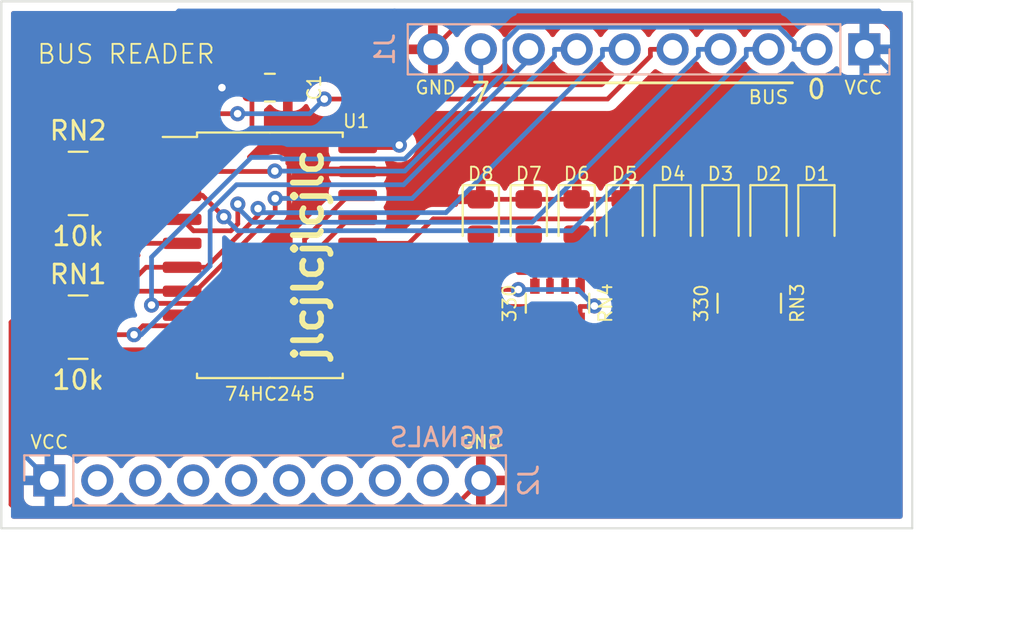
<source format=kicad_pcb>
(kicad_pcb (version 20211014) (generator pcbnew)
  (layers (0 "F.Cu" signal) (31 "B.Cu" signal) (34 "B.Paste" user) (35 "F.Paste" user) (36 "B.SilkS" user "B.Silkscreen") (37 "F.SilkS" user "F.Silkscreen") (38 "B.Mask" user) (39 "F.Mask" user) (44 "Edge.Cuts" user))
  (net 0 "")
  (net 1 "VCC")
  (net 2 "GND")
  (net 3 "Net-(D1-Pad2)")
  (net 4 "Net-(D2-Pad2)")
  (net 5 "Net-(D3-Pad2)")
  (net 6 "Net-(D4-Pad2)")
  (net 7 "Net-(D5-Pad2)")
  (net 8 "Net-(D6-Pad2)")
  (net 9 "Net-(D7-Pad2)")
  (net 10 "Net-(D8-Pad2)")
  (net 11 "/L0")
  (net 12 "/L1")
  (net 13 "/L2")
  (net 14 "/L3")
  (net 15 "/L4")
  (net 16 "/L5")
  (net 17 "/L6")
  (net 18 "/L7")
  (net 19 "/D0")
  (net 20 "/D1")
  (net 21 "/D2")
  (net 22 "/D3")
  (net 23 "/D4")
  (net 24 "/D5")
  (net 25 "/D6")
  (net 26 "/D7")
  (footprint "LED_SMD:LED_0805_2012Metric" (layer "F.Cu") (at 58.42 26.67 -90)
    (fp_text reference "D4" (at -2.286 0 180) (layer "F.SilkS") (effects (font (size 0.7 0.7) (thickness 0.1))))
    (fp_text value "LED_Small")
    (fp_line (start -1.685 -0.96) (end -1.685 0.96) (layer "F.SilkS") (width 0.12))
    (fp_line (start 1 -0.96) (end -1.685 -0.96) (layer "F.SilkS") (width 0.12))
    (fp_line (start -1.685 0.96) (end 1 0.96) (layer "F.SilkS") (width 0.12))
    (pad "1" smd roundrect (at -0.9375 0 270) (size 0.975 1.4) (layers "F.Cu" "F.Paste" "F.Mask") (net 2 "GND"))
    (pad "2" smd roundrect (at 0.9375 0 270) (size 0.975 1.4) (layers "F.Cu" "F.Paste" "F.Mask") (net 6 "Net-(D4-Pad2)"))
  )
  (footprint "Resistor_SMD:R_Array_Convex_4x0603" (layer "F.Cu") (at 26.924 24.892)
    (fp_text reference "RN2" (at 0 -2.8) (layer "F.SilkS"))
    (fp_text value "10k" (at 0 2.8) (layer "F.SilkS"))
    (fp_line (start 0.5 1.68) (end -0.5 1.68) (layer "F.SilkS") (width 0.12))
    (fp_line (start 0.5 -1.68) (end -0.5 -1.68) (layer "F.SilkS") (width 0.12))
    (pad "1" smd rect (at -0.9 -1.2) (size 0.8 0.5) (layers "F.Cu" "F.Paste" "F.Mask") (net 2 "GND"))
    (pad "2" smd rect (at -0.9 -0.4) (size 0.8 0.4) (layers "F.Cu" "F.Paste" "F.Mask") (net 2 "GND"))
    (pad "3" smd rect (at -0.9 0.4) (size 0.8 0.4) (layers "F.Cu" "F.Paste" "F.Mask") (net 2 "GND"))
    (pad "4" smd rect (at -0.9 1.2) (size 0.8 0.5) (layers "F.Cu" "F.Paste" "F.Mask") (net 2 "GND"))
    (pad "5" smd rect (at 0.9 1.2) (size 0.8 0.5) (layers "F.Cu" "F.Paste" "F.Mask") (net 22 "/D3"))
    (pad "6" smd rect (at 0.9 0.4) (size 0.8 0.4) (layers "F.Cu" "F.Paste" "F.Mask") (net 21 "/D2"))
    (pad "7" smd rect (at 0.9 -0.4) (size 0.8 0.4) (layers "F.Cu" "F.Paste" "F.Mask") (net 20 "/D1"))
    (pad "8" smd rect (at 0.9 -1.2) (size 0.8 0.5) (layers "F.Cu" "F.Paste" "F.Mask") (net 19 "/D0"))
  )
  (footprint "Resistor_SMD:R_Array_Convex_4x0603" (layer "F.Cu") (at 26.924 32.512)
    (fp_text reference "RN1" (at 0 -2.8) (layer "F.SilkS"))
    (fp_text value "10k" (at 0 2.8) (layer "F.SilkS"))
    (fp_line (start 0.5 -1.68) (end -0.5 -1.68) (layer "F.SilkS") (width 0.12))
    (fp_line (start 0.5 1.68) (end -0.5 1.68) (layer "F.SilkS") (width 0.12))
    (pad "1" smd rect (at -0.9 -1.2) (size 0.8 0.5) (layers "F.Cu" "F.Paste" "F.Mask") (net 2 "GND"))
    (pad "2" smd rect (at -0.9 -0.4) (size 0.8 0.4) (layers "F.Cu" "F.Paste" "F.Mask") (net 2 "GND"))
    (pad "3" smd rect (at -0.9 0.4) (size 0.8 0.4) (layers "F.Cu" "F.Paste" "F.Mask") (net 2 "GND"))
    (pad "4" smd rect (at -0.9 1.2) (size 0.8 0.5) (layers "F.Cu" "F.Paste" "F.Mask") (net 2 "GND"))
    (pad "5" smd rect (at 0.9 1.2) (size 0.8 0.5) (layers "F.Cu" "F.Paste" "F.Mask") (net 26 "/D7"))
    (pad "6" smd rect (at 0.9 0.4) (size 0.8 0.4) (layers "F.Cu" "F.Paste" "F.Mask") (net 25 "/D6"))
    (pad "7" smd rect (at 0.9 -0.4) (size 0.8 0.4) (layers "F.Cu" "F.Paste" "F.Mask") (net 24 "/D5"))
    (pad "8" smd rect (at 0.9 -1.2) (size 0.8 0.5) (layers "F.Cu" "F.Paste" "F.Mask") (net 23 "/D4"))
  )
  (footprint "Package_SO:SOIC-20W_7.5x12.8mm_P1.27mm" (layer "F.Cu") (at 37.084 28.702)
    (fp_text reference "U1" (at 4.572 -7.112) (layer "F.SilkS") (effects (font (size 0.7 0.7) (thickness 0.1))))
    (fp_text value "74HC245" (at 0 7.35) (layer "F.SilkS") (effects (font (size 0.7 0.7) (thickness 0.1))))
    (fp_line (start -3.86 -6.51) (end -3.86 -6.275) (layer "F.SilkS") (width 0.12))
    (fp_line (start -3.86 6.51) (end -3.86 6.275) (layer "F.SilkS") (width 0.12))
    (fp_line (start -3.86 -6.275) (end -5.675 -6.275) (layer "F.SilkS") (width 0.12))
    (fp_line (start 0 -6.51) (end -3.86 -6.51) (layer "F.SilkS") (width 0.12))
    (fp_line (start 3.86 -6.51) (end 3.86 -6.275) (layer "F.SilkS") (width 0.12))
    (fp_line (start 0 -6.51) (end 3.86 -6.51) (layer "F.SilkS") (width 0.12))
    (fp_line (start 3.86 6.51) (end 3.86 6.275) (layer "F.SilkS") (width 0.12))
    (fp_line (start 0 6.51) (end -3.86 6.51) (layer "F.SilkS") (width 0.12))
    (fp_line (start 0 6.51) (end 3.86 6.51) (layer "F.SilkS") (width 0.12))
    (pad "1" smd roundrect (at -4.65 -5.715) (size 2.05 0.6) (layers "F.Cu" "F.Paste" "F.Mask") (net 1 "VCC"))
    (pad "2" smd roundrect (at -4.65 -4.445) (size 2.05 0.6) (layers "F.Cu" "F.Paste" "F.Mask") (net 19 "/D0"))
    (pad "3" smd roundrect (at -4.65 -3.175) (size 2.05 0.6) (layers "F.Cu" "F.Paste" "F.Mask") (net 20 "/D1"))
    (pad "4" smd roundrect (at -4.65 -1.905) (size 2.05 0.6) (layers "F.Cu" "F.Paste" "F.Mask") (net 21 "/D2"))
    (pad "5" smd roundrect (at -4.65 -0.635) (size 2.05 0.6) (layers "F.Cu" "F.Paste" "F.Mask") (net 22 "/D3"))
    (pad "6" smd roundrect (at -4.65 0.635) (size 2.05 0.6) (layers "F.Cu" "F.Paste" "F.Mask") (net 23 "/D4"))
    (pad "7" smd roundrect (at -4.65 1.905) (size 2.05 0.6) (layers "F.Cu" "F.Paste" "F.Mask") (net 24 "/D5"))
    (pad "8" smd roundrect (at -4.65 3.175) (size 2.05 0.6) (layers "F.Cu" "F.Paste" "F.Mask") (net 25 "/D6"))
    (pad "9" smd roundrect (at -4.65 4.445) (size 2.05 0.6) (layers "F.Cu" "F.Paste" "F.Mask") (net 26 "/D7"))
    (pad "10" smd roundrect (at -4.65 5.715) (size 2.05 0.6) (layers "F.Cu" "F.Paste" "F.Mask") (net 2 "GND"))
    (pad "11" smd roundrect (at 4.65 5.715) (size 2.05 0.6) (layers "F.Cu" "F.Paste" "F.Mask") (net 18 "/L7"))
    (pad "12" smd roundrect (at 4.65 4.445) (size 2.05 0.6) (layers "F.Cu" "F.Paste" "F.Mask") (net 17 "/L6"))
    (pad "13" smd roundrect (at 4.65 3.175) (size 2.05 0.6) (layers "F.Cu" "F.Paste" "F.Mask") (net 16 "/L5"))
    (pad "14" smd roundrect (at 4.65 1.905) (size 2.05 0.6) (layers "F.Cu" "F.Paste" "F.Mask") (net 15 "/L4"))
    (pad "15" smd roundrect (at 4.65 0.635) (size 2.05 0.6) (layers "F.Cu" "F.Paste" "F.Mask") (net 14 "/L3"))
    (pad "16" smd roundrect (at 4.65 -0.635) (size 2.05 0.6) (layers "F.Cu" "F.Paste" "F.Mask") (net 13 "/L2"))
    (pad "17" smd roundrect (at 4.65 -1.905) (size 2.05 0.6) (layers "F.Cu" "F.Paste" "F.Mask") (net 12 "/L1"))
    (pad "18" smd roundrect (at 4.65 -3.175) (size 2.05 0.6) (layers "F.Cu" "F.Paste" "F.Mask") (net 11 "/L0"))
    (pad "19" smd roundrect (at 4.65 -4.445) (size 2.05 0.6) (layers "F.Cu" "F.Paste" "F.Mask") (net 2 "GND"))
    (pad "20" smd roundrect (at 4.65 -5.715) (size 2.05 0.6) (layers "F.Cu" "F.Paste" "F.Mask") (net 1 "VCC"))
  )
  (footprint "LED_SMD:LED_0805_2012Metric" (layer "F.Cu") (at 60.96 26.67 -90)
    (fp_text reference "D3" (at -2.286 0 180) (layer "F.SilkS") (effects (font (size 0.7 0.7) (thickness 0.1))))
    (fp_text value "LED_Small")
    (fp_line (start 1 -0.96) (end -1.685 -0.96) (layer "F.SilkS") (width 0.12))
    (fp_line (start -1.685 0.96) (end 1 0.96) (layer "F.SilkS") (width 0.12))
    (fp_line (start -1.685 -0.96) (end -1.685 0.96) (layer "F.SilkS") (width 0.12))
    (pad "1" smd roundrect (at -0.9375 0 270) (size 0.975 1.4) (layers "F.Cu" "F.Paste" "F.Mask") (net 2 "GND"))
    (pad "2" smd roundrect (at 0.9375 0 270) (size 0.975 1.4) (layers "F.Cu" "F.Paste" "F.Mask") (net 5 "Net-(D3-Pad2)"))
  )
  (footprint "Resistor_SMD:R_Array_Convex_4x0603" (layer "F.Cu") (at 52.324 31.242 -90)
    (fp_text reference "RN4" (at 0 -2.54 -90) (layer "F.SilkS") (effects (font (size 0.7 0.7) (thickness 0.1))))
    (fp_text value "330" (at 0 2.54 90) (layer "F.SilkS") (effects (font (size 0.7 0.7) (thickness 0.1))))
    (fp_line (start 0.5 1.68) (end -0.5 1.68) (layer "F.SilkS") (width 0.12))
    (fp_line (start 0.5 -1.68) (end -0.5 -1.68) (layer "F.SilkS") (width 0.12))
    (pad "1" smd rect (at -0.9 -1.2 270) (size 0.8 0.5) (layers "F.Cu" "F.Paste" "F.Mask") (net 7 "Net-(D5-Pad2)"))
    (pad "2" smd rect (at -0.9 -0.4 270) (size 0.8 0.4) (layers "F.Cu" "F.Paste" "F.Mask") (net 8 "Net-(D6-Pad2)"))
    (pad "3" smd rect (at -0.9 0.4 270) (size 0.8 0.4) (layers "F.Cu" "F.Paste" "F.Mask") (net 9 "Net-(D7-Pad2)"))
    (pad "4" smd rect (at -0.9 1.2 270) (size 0.8 0.5) (layers "F.Cu" "F.Paste" "F.Mask") (net 10 "Net-(D8-Pad2)"))
    (pad "5" smd rect (at 0.9 1.2 270) (size 0.8 0.5) (layers "F.Cu" "F.Paste" "F.Mask") (net 18 "/L7"))
    (pad "6" smd rect (at 0.9 0.4 270) (size 0.8 0.4) (layers "F.Cu" "F.Paste" "F.Mask") (net 17 "/L6"))
    (pad "7" smd rect (at 0.9 -0.4 270) (size 0.8 0.4) (layers "F.Cu" "F.Paste" "F.Mask") (net 16 "/L5"))
    (pad "8" smd rect (at 0.9 -1.2 270) (size 0.8 0.5) (layers "F.Cu" "F.Paste" "F.Mask") (net 15 "/L4"))
  )
  (footprint "LED_SMD:LED_0805_2012Metric" (layer "F.Cu") (at 63.5 26.67 -90)
    (fp_text reference "D2" (at -2.286 0 180) (layer "F.SilkS") (effects (font (size 0.7 0.7) (thickness 0.1))))
    (fp_text value "LED_Small")
    (fp_line (start -1.685 -0.96) (end -1.685 0.96) (layer "F.SilkS") (width 0.12))
    (fp_line (start 1 -0.96) (end -1.685 -0.96) (layer "F.SilkS") (width 0.12))
    (fp_line (start -1.685 0.96) (end 1 0.96) (layer "F.SilkS") (width 0.12))
    (pad "1" smd roundrect (at -0.9375 0 270) (size 0.975 1.4) (layers "F.Cu" "F.Paste" "F.Mask") (net 2 "GND"))
    (pad "2" smd roundrect (at 0.9375 0 270) (size 0.975 1.4) (layers "F.Cu" "F.Paste" "F.Mask") (net 4 "Net-(D2-Pad2)"))
  )
  (footprint "Capacitor_SMD:C_0805_2012Metric" (layer "F.Cu") (at 37.084 19.812)
    (fp_text reference "C1" (at 2.351 0 90) (layer "F.SilkS") (effects (font (size 0.7 0.7) (thickness 0.1))))
    (fp_text value "C")
    (fp_line (start -0.261252 0.735) (end 0.261252 0.735) (layer "F.SilkS") (width 0.12))
    (fp_line (start -0.261252 -0.735) (end 0.261252 -0.735) (layer "F.SilkS") (width 0.12))
    (pad "1" smd roundrect (at -0.95 0) (size 1 1.45) (layers "F.Cu" "F.Paste" "F.Mask") (net 1 "VCC"))
    (pad "2" smd roundrect (at 0.95 0) (size 1 1.45) (layers "F.Cu" "F.Paste" "F.Mask") (net 2 "GND"))
  )
  (footprint "LED_SMD:LED_0805_2012Metric" (layer "F.Cu") (at 53.34 26.67 -90)
    (fp_text reference "D6" (at -2.286 0 180) (layer "F.SilkS") (effects (font (size 0.7 0.7) (thickness 0.1))))
    (fp_text value "LED_Small")
    (fp_line (start 1 -0.96) (end -1.685 -0.96) (layer "F.SilkS") (width 0.12))
    (fp_line (start -1.685 -0.96) (end -1.685 0.96) (layer "F.SilkS") (width 0.12))
    (fp_line (start -1.685 0.96) (end 1 0.96) (layer "F.SilkS") (width 0.12))
    (pad "1" smd roundrect (at -0.9375 0 270) (size 0.975 1.4) (layers "F.Cu" "F.Paste" "F.Mask") (net 2 "GND"))
    (pad "2" smd roundrect (at 0.9375 0 270) (size 0.975 1.4) (layers "F.Cu" "F.Paste" "F.Mask") (net 8 "Net-(D6-Pad2)"))
  )
  (footprint "LED_SMD:LED_0805_2012Metric" (layer "F.Cu") (at 48.26 26.67 -90)
    (fp_text reference "D8" (at -2.286 0 180) (layer "F.SilkS") (effects (font (size 0.7 0.7) (thickness 0.1))))
    (fp_text value "LED_Small")
    (fp_line (start -1.685 0.96) (end 1 0.96) (layer "F.SilkS") (width 0.12))
    (fp_line (start 1 -0.96) (end -1.685 -0.96) (layer "F.SilkS") (width 0.12))
    (fp_line (start -1.685 -0.96) (end -1.685 0.96) (layer "F.SilkS") (width 0.12))
    (pad "1" smd roundrect (at -0.9375 0 270) (size 0.975 1.4) (layers "F.Cu" "F.Paste" "F.Mask") (net 2 "GND"))
    (pad "2" smd roundrect (at 0.9375 0 270) (size 0.975 1.4) (layers "F.Cu" "F.Paste" "F.Mask") (net 10 "Net-(D8-Pad2)"))
  )
  (footprint "LED_SMD:LED_0805_2012Metric" (layer "F.Cu") (at 50.8 26.67 -90)
    (fp_text reference "D7" (at -2.286 0 180) (layer "F.SilkS") (effects (font (size 0.7 0.7) (thickness 0.1))))
    (fp_text value "LED_Small")
    (fp_line (start -1.685 0.96) (end 1 0.96) (layer "F.SilkS") (width 0.12))
    (fp_line (start -1.685 -0.96) (end -1.685 0.96) (layer "F.SilkS") (width 0.12))
    (fp_line (start 1 -0.96) (end -1.685 -0.96) (layer "F.SilkS") (width 0.12))
    (pad "1" smd roundrect (at -0.9375 0 270) (size 0.975 1.4) (layers "F.Cu" "F.Paste" "F.Mask") (net 2 "GND"))
    (pad "2" smd roundrect (at 0.9375 0 270) (size 0.975 1.4) (layers "F.Cu" "F.Paste" "F.Mask") (net 9 "Net-(D7-Pad2)"))
  )
  (footprint "LED_SMD:LED_0805_2012Metric" (layer "F.Cu") (at 66.04 26.67 -90)
    (fp_text reference "D1" (at -2.286 0 180) (layer "F.SilkS") (effects (font (size 0.7 0.7) (thickness 0.1))))
    (fp_text value "LED_Small")
    (fp_line (start 1 -0.96) (end -1.685 -0.96) (layer "F.SilkS") (width 0.12))
    (fp_line (start -1.685 -0.96) (end -1.685 0.96) (layer "F.SilkS") (width 0.12))
    (fp_line (start -1.685 0.96) (end 1 0.96) (layer "F.SilkS") (width 0.12))
    (pad "1" smd roundrect (at -0.9375 0 270) (size 0.975 1.4) (layers "F.Cu" "F.Paste" "F.Mask") (net 2 "GND"))
    (pad "2" smd roundrect (at 0.9375 0 270) (size 0.975 1.4) (layers "F.Cu" "F.Paste" "F.Mask") (net 3 "Net-(D1-Pad2)"))
  )
  (footprint "LED_SMD:LED_0805_2012Metric" (layer "F.Cu") (at 55.88 26.67 -90)
    (fp_text reference "D5" (at -2.286 0 180) (layer "F.SilkS") (effects (font (size 0.7 0.7) (thickness 0.1))))
    (fp_text value "LED_Small")
    (fp_line (start 1 -0.96) (end -1.685 -0.96) (layer "F.SilkS") (width 0.12))
    (fp_line (start -1.685 0.96) (end 1 0.96) (layer "F.SilkS") (width 0.12))
    (fp_line (start -1.685 -0.96) (end -1.685 0.96) (layer "F.SilkS") (width 0.12))
    (pad "1" smd roundrect (at -0.9375 0 270) (size 0.975 1.4) (layers "F.Cu" "F.Paste" "F.Mask") (net 2 "GND"))
    (pad "2" smd roundrect (at 0.9375 0 270) (size 0.975 1.4) (layers "F.Cu" "F.Paste" "F.Mask") (net 7 "Net-(D5-Pad2)"))
  )
  (footprint "Resistor_SMD:R_Array_Convex_4x0603" (layer "F.Cu") (at 62.484 31.242 -90)
    (fp_text reference "RN3" (at 0 -2.54 -90) (layer "F.SilkS") (effects (font (size 0.7 0.7) (thickness 0.1))))
    (fp_text value "330" (at 0 2.54 90) (layer "F.SilkS") (effects (font (size 0.7 0.7) (thickness 0.1))))
    (fp_line (start 0.5 1.68) (end -0.5 1.68) (layer "F.SilkS") (width 0.12))
    (fp_line (start 0.5 -1.68) (end -0.5 -1.68) (layer "F.SilkS") (width 0.12))
    (pad "1" smd rect (at -0.9 -1.2 270) (size 0.8 0.5) (layers "F.Cu" "F.Paste" "F.Mask") (net 3 "Net-(D1-Pad2)"))
    (pad "2" smd rect (at -0.9 -0.4 270) (size 0.8 0.4) (layers "F.Cu" "F.Paste" "F.Mask") (net 4 "Net-(D2-Pad2)"))
    (pad "3" smd rect (at -0.9 0.4 270) (size 0.8 0.4) (layers "F.Cu" "F.Paste" "F.Mask") (net 5 "Net-(D3-Pad2)"))
    (pad "4" smd rect (at -0.9 1.2 270) (size 0.8 0.5) (layers "F.Cu" "F.Paste" "F.Mask") (net 6 "Net-(D4-Pad2)"))
    (pad "5" smd rect (at 0.9 1.2 270) (size 0.8 0.5) (layers "F.Cu" "F.Paste" "F.Mask") (net 14 "/L3"))
    (pad "6" smd rect (at 0.9 0.4 270) (size 0.8 0.4) (layers "F.Cu" "F.Paste" "F.Mask") (net 13 "/L2"))
    (pad "7" smd rect (at 0.9 -0.4 270) (size 0.8 0.4) (layers "F.Cu" "F.Paste" "F.Mask") (net 12 "/L1"))
    (pad "8" smd rect (at 0.9 -1.2 270) (size 0.8 0.5) (layers "F.Cu" "F.Paste" "F.Mask") (net 11 "/L0"))
  )
  (footprint "Connector_PinHeader_2.54mm:PinHeader_1x10_P2.54mm_Vertical" (layer "B.Cu") (at 25.4 40.64 -90)
    (fp_text reference "J2" (at 0 -25.4 90) (layer "B.SilkS") (effects (justify mirror)))
    (fp_text value "SIGNALS" (at -2.286 -21.082) (layer "B.SilkS") (effects (justify mirror)))
    (fp_line (start -1.33 1.33) (end 0 1.33) (layer "B.SilkS") (width 0.12))
    (fp_line (start -1.33 -24.19) (end 1.33 -24.19) (layer "B.SilkS") (width 0.12))
    (fp_line (start -1.33 0) (end -1.33 1.33) (layer "B.SilkS") (width 0.12))
    (fp_line (start 1.33 -1.27) (end 1.33 -24.19) (layer "B.SilkS") (width 0.12))
    (fp_line (start -1.33 -1.27) (end -1.33 -24.19) (layer "B.SilkS") (width 0.12))
    (fp_line (start -1.33 -1.27) (end 1.33 -1.27) (layer "B.SilkS") (width 0.12))
    (pad "1" thru_hole rect (at 0 0 270) (size 1.7 1.7) (drill 1) (layers *.Cu *.Mask) (net 1 "VCC"))
    (pad "2" thru_hole oval (at 0 -2.54 270) (size 1.7 1.7) (drill 1) (layers *.Cu *.Mask))
    (pad "3" thru_hole oval (at 0 -5.08 270) (size 1.7 1.7) (drill 1) (layers *.Cu *.Mask))
    (pad "4" thru_hole oval (at 0 -7.62 270) (size 1.7 1.7) (drill 1) (layers *.Cu *.Mask))
    (pad "5" thru_hole oval (at 0 -10.16 270) (size 1.7 1.7) (drill 1) (layers *.Cu *.Mask))
    (pad "6" thru_hole oval (at 0 -12.7 270) (size 1.7 1.7) (drill 1) (layers *.Cu *.Mask))
    (pad "7" thru_hole oval (at 0 -15.24 270) (size 1.7 1.7) (drill 1) (layers *.Cu *.Mask))
    (pad "8" thru_hole oval (at 0 -17.78 270) (size 1.7 1.7) (drill 1) (layers *.Cu *.Mask))
    (pad "9" thru_hole oval (at 0 -20.32 270) (size 1.7 1.7) (drill 1) (layers *.Cu *.Mask))
    (pad "10" thru_hole oval (at 0 -22.86 270) (size 1.7 1.7) (drill 1) (layers *.Cu *.Mask) (net 2 "GND"))
  )
  (footprint "Connector_PinHeader_2.54mm:PinHeader_1x10_P2.54mm_Vertical" (layer "B.Cu") (at 68.58 17.78 90)
    (fp_text reference "J1" (at 0 -25.4 90) (layer "B.SilkS") (effects (justify mirror)))
    (fp_text value "BUS")
    (fp_line (start -1.33 -24.19) (end 1.33 -24.19) (layer "B.SilkS") (width 0.12))
    (fp_line (start -1.33 0) (end -1.33 1.33) (layer "B.SilkS") (width 0.12))
    (fp_line (start 1.33 -1.27) (end 1.33 -24.19) (layer "B.SilkS") (width 0.12))
    (fp_line (start -1.33 1.33) (end 0 1.33) (layer "B.SilkS") (width 0.12))
    (fp_line (start -1.33 -1.27) (end -1.33 -24.19) (layer "B.SilkS") (width 0.12))
    (fp_line (start -1.33 -1.27) (end 1.33 -1.27) (layer "B.SilkS") (width 0.12))
    (pad "1" thru_hole rect (at 0 0 90) (size 1.7 1.7) (drill 1) (layers *.Cu *.Mask) (net 1 "VCC"))
    (pad "2" thru_hole oval (at 0 -2.54 90) (size 1.7 1.7) (drill 1) (layers *.Cu *.Mask) (net 19 "/D0"))
    (pad "3" thru_hole oval (at 0 -5.08 90) (size 1.7 1.7) (drill 1) (layers *.Cu *.Mask) (net 20 "/D1"))
    (pad "4" thru_hole oval (at 0 -7.62 90) (size 1.7 1.7) (drill 1) (layers *.Cu *.Mask) (net 21 "/D2"))
    (pad "5" thru_hole oval (at 0 -10.16 90) (size 1.7 1.7) (drill 1) (layers *.Cu *.Mask) (net 22 "/D3"))
    (pad "6" thru_hole oval (at 0 -12.7 90) (size 1.7 1.7) (drill 1) (layers *.Cu *.Mask) (net 23 "/D4"))
    (pad "7" thru_hole oval (at 0 -15.24 90) (size 1.7 1.7) (drill 1) (layers *.Cu *.Mask) (net 24 "/D5"))
    (pad "8" thru_hole oval (at 0 -17.78 90) (size 1.7 1.7) (drill 1) (layers *.Cu *.Mask) (net 25 "/D6"))
    (pad "9" thru_hole oval (at 0 -20.32 90) (size 1.7 1.7) (drill 1) (layers *.Cu *.Mask) (net 26 "/D7"))
    (pad "10" thru_hole oval (at 0 -22.86 90) (size 1.7 1.7) (drill 1) (layers *.Cu *.Mask) (net 2 "GND"))
  )
  (gr_line (start 49.53 19.558) (end 64.77 19.558) (layer "F.SilkS") (width 0.15))
  (gr_line (start 22.86 43.18) (end 71.12 43.18) (layer "Edge.Cuts") (width 0.1))
  (gr_line (start 71.12 15.24) (end 22.86 15.24) (layer "Edge.Cuts") (width 0.1))
  (gr_line (start 22.86 43.18) (end 22.86 15.24) (layer "Edge.Cuts") (width 0.1))
  (gr_line (start 71.12 15.24) (end 71.12 43.18) (layer "Edge.Cuts") (width 0.1))
  (gr_text "GND" (at 46.99 19.812) (layer "F.SilkS") (effects (font (size 0.7 0.7) (thickness 0.1)) (justify right)))
  (gr_text "7" (at 48.26 20.066) (layer "F.SilkS") (effects (font (size 1 1))))
  (gr_text "VCC" (at 69.596 19.812) (layer "F.SilkS") (effects (font (size 0.7 0.7) (thickness 0.1)) (justify right)))
  (gr_text "0" (at 66.04 19.812 180) (layer "F.SilkS") (effects (font (size 1 1))))
  (gr_text "BUS" (at 63.5 20.32) (layer "F.SilkS") (effects (font (size 0.7 0.7) (thickness 0.1))))
  (gr_text "BUS READER" (at 29.464 18.034) (layer "F.SilkS") (effects (font (size 1 1) (thickness 0.1))))
  (gr_text "GND" (at 48.26 38.608) (layer "F.SilkS") (effects (font (size 0.7 0.7) (thickness 0.1))))
  (gr_text "jlcjlcjlcjlc" (at 39.116 28.702 90) (layer "F.SilkS") (effects (font (size 1.5 1.5) (thickness 0.3))))
  (gr_text "VCC" (at 25.4 38.608) (layer "F.SilkS") (effects (font (size 0.7 0.7) (thickness 0.1))))
  (segment (start 41.734 22.987) (end 43.815 22.987) (width 0.25) (layer "F.Cu") (net 1))
  (segment (start 32.434 22.987) (end 35.433 22.987) (width 0.25) (layer "F.Cu") (net 1))
  (segment (start 36.134 19.812) (end 34.544 19.812) (width 0.25) (layer "F.Cu") (net 1))
  (segment (start 43.815 22.987) (end 43.942 22.86) (width 0.25) (layer "F.Cu") (net 1))
  (segment (start 36.134 22.286) (end 36.134 19.812) (width 0.25) (layer "F.Cu") (net 1))
  (segment (start 35.433 22.987) (end 36.134 22.286) (width 0.25) (layer "F.Cu") (net 1))
  (via (at 34.544 19.812) (size 0.8) (drill 0.4) (layers "F.Cu" "B.Cu") (net 1))
  (via (at 43.942 22.86) (size 0.8) (drill 0.4) (layers "F.Cu" "B.Cu") (net 1))
  (segment (start 34.544 19.812) (end 34.036 19.812) (width 0.25) (layer "B.Cu") (net 1))
  (segment (start 34.036 19.812) (end 31.242 17.018) (width 0.25) (layer "B.Cu") (net 1))
  (segment (start 30.988 17.018) (end 24.892 17.018) (width 0.25) (layer "B.Cu") (net 1))
  (segment (start 24.13 42.418) (end 69.088 42.418) (width 0.25) (layer "B.Cu") (net 1))
  (segment (start 70.358 41.148) (end 70.358 19.304) (width 0.25) (layer "B.Cu") (net 1))
  (segment (start 43.688 15.748) (end 32.258 15.748) (width 0.25) (layer "B.Cu") (net 1))
  (segment (start 43.942 22.86) (end 43.942 16.002) (width 0.25) (layer "B.Cu") (net 1))
  (segment (start 23.876 39.116) (end 23.876 42.164) (width 0.25) (layer "B.Cu") (net 1))
  (segment (start 23.876 18.034) (end 23.876 39.116) (width 0.25) (layer "B.Cu") (net 1))
  (segment (start 70.358 19.304) (end 70.358 16.764) (width 0.25) (layer "B.Cu") (net 1))
  (segment (start 69.088 42.418) (end 70.358 41.148) (width 0.25) (layer "B.Cu") (net 1))
  (segment (start 31.242 17.018) (end 30.988 17.018) (width 0.25) (layer "B.Cu") (net 1))
  (segment (start 70.358 19.304) (end 68.834 17.78) (width 0.25) (layer "B.Cu") (net 1))
  (segment (start 43.942 16.002) (end 43.688 15.748) (width 0.25) (layer "B.Cu") (net 1))
  (segment (start 69.342 15.748) (end 43.688 15.748) (width 0.25) (layer "B.Cu") (net 1))
  (segment (start 23.876 39.116) (end 25.4 40.64) (width 0.25) (layer "B.Cu") (net 1))
  (segment (start 32.258 15.748) (end 30.988 17.018) (width 0.25) (layer "B.Cu") (net 1))
  (segment (start 68.834 17.78) (end 68.58 17.78) (width 0.25) (layer "B.Cu") (net 1))
  (segment (start 23.876 42.164) (end 24.13 42.418) (width 0.25) (layer "B.Cu") (net 1))
  (segment (start 70.358 16.764) (end 69.342 15.748) (width 0.25) (layer "B.Cu") (net 1))
  (segment (start 24.892 17.018) (end 23.876 18.034) (width 0.25) (layer "B.Cu") (net 1))
  (segment (start 23.368 41.91) (end 23.876 42.418) (width 0.25) (layer "F.Cu") (net 2))
  (segment (start 55.88 25.7325) (end 53.34 25.7325) (width 0.25) (layer "F.Cu") (net 2))
  (segment (start 38.1 23.876) (end 38.1 34.036) (width 0.25) (layer "F.Cu") (net 2))
  (segment (start 38.034 19.812) (end 38.034 23.81) (width 0.25) (layer "F.Cu") (net 2))
  (segment (start 38.1 34.036) (end 37.719 34.417) (width 0.25) (layer "F.Cu") (net 2))
  (segment (start 38.034 23.81) (end 38.1 23.876) (width 0.25) (layer "F.Cu") (net 2))
  (segment (start 70.358 27.432) (end 70.358 17.018) (width 0.25) (layer "F.Cu") (net 2))
  (segment (start 68.6585 25.7325) (end 66.04 25.7325) (width 0.25) (layer "F.Cu") (net 2))
  (segment (start 26.024 32.912) (end 26.024 32.112) (width 0.25) (layer "F.Cu") (net 2))
  (segment (start 38.034 19.812) (end 38.034 18.354) (width 0.25) (layer "F.Cu") (net 2))
  (segment (start 24.638 30.988) (end 23.368 32.258) (width 0.25) (layer "F.Cu") (net 2))
  (segment (start 46.482 42.418) (end 69.088 42.418) (width 0.25) (layer "F.Cu") (net 2))
  (segment (start 38.481 24.257) (end 41.734 24.257) (width 0.25) (layer "F.Cu") (net 2))
  (segment (start 69.088 42.418) (end 70.358 41.148) (width 0.25) (layer "F.Cu") (net 2))
  (segment (start 60.96 25.7325) (end 58.42 25.7325) (width 0.25) (layer "F.Cu") (net 2))
  (segment (start 26.024 23.692) (end 26.024 24.492) (width 0.25) (layer "F.Cu") (net 2))
  (segment (start 70.358 17.018) (end 69.342 16.002) (width 0.25) (layer "F.Cu") (net 2))
  (segment (start 26.024 32.112) (end 26.024 31.312) (width 0.25) (layer "F.Cu") (net 2))
  (segment (start 45.72 17.78) (end 38.608 17.78) (width 0.25) (layer "F.Cu") (net 2))
  (segment (start 24.638 17.78) (end 24.638 23.114) (width 0.25) (layer "F.Cu") (net 2))
  (segment (start 63.5 25.7325) (end 60.96 25.7325) (width 0.25) (layer "F.Cu") (net 2))
  (segment (start 38.608 17.78) (end 24.638 17.78) (width 0.25) (layer "F.Cu") (net 2))
  (segment (start 24.638 23.114) (end 25.216 23.692) (width 0.25) (layer "F.Cu") (net 2))
  (segment (start 25.216 23.692) (end 26.024 23.692) (width 0.25) (layer "F.Cu") (net 2))
  (segment (start 70.358 27.432) (end 68.6585 25.7325) (width 0.25) (layer "F.Cu") (net 2))
  (segment (start 38.034 18.354) (end 38.608 17.78) (width 0.25) (layer "F.Cu") (net 2))
  (segment (start 23.368 32.258) (end 23.368 41.91) (width 0.25) (layer "F.Cu") (net 2))
  (segment (start 66.04 25.7325) (end 63.5 25.7325) (width 0.25) (layer "F.Cu") (net 2))
  (segment (start 26.024 24.492) (end 26.024 25.292) (width 0.25) (layer "F.Cu") (net 2))
  (segment (start 24.638 23.114) (end 24.638 30.988) (width 0.25) (layer "F.Cu") (net 2))
  (segment (start 58.42 25.7325) (end 55.88 25.7325) (width 0.25) (layer "F.Cu") (net 2))
  (segment (start 46.482 42.418) (end 48.26 40.64) (width 0.25) (layer "F.Cu") (net 2))
  (segment (start 23.876 42.418) (end 46.482 42.418) (width 0.25) (layer "F.Cu") (net 2))
  (segment (start 47.498 16.002) (end 45.72 17.78) (width 0.25) (layer "F.Cu") (net 2))
  (segment (start 24.962 31.312) (end 26.024 31.312) (width 0.25) (layer "F.Cu") (net 2))
  (segment (start 26.024 33.712) (end 26.024 32.912) (width 0.25) (layer "F.Cu") (net 2))
  (segment (start 38.034 19.812) (end 38.1 19.878) (width 0.25) (layer "F.Cu") (net 2))
  (segment (start 69.342 16.002) (end 47.498 16.002) (width 0.25) (layer "F.Cu") (net 2))
  (segment (start 50.8 25.7325) (end 48.26 25.7325) (width 0.25) (layer "F.Cu") (net 2))
  (segment (start 70.358 41.148) (end 70.358 27.432) (width 0.25) (layer "F.Cu") (net 2))
  (segment (start 26.024 25.292) (end 26.024 26.092) (width 0.25) (layer "F.Cu") (net 2))
  (segment (start 38.034 23.81) (end 38.1 23.876) (width 0.25) (layer "F.Cu") (net 2))
  (segment (start 53.34 25.7325) (end 50.8 25.7325) (width 0.25) (layer "F.Cu") (net 2))
  (segment (start 24.638 30.988) (end 24.962 31.312) (width 0.25) (layer "F.Cu") (net 2))
  (segment (start 37.719 34.417) (end 32.434 34.417) (width 0.25) (layer "F.Cu") (net 2))
  (segment (start 38.1 23.876) (end 38.481 24.257) (width 0.25) (layer "F.Cu") (net 2))
  (segment (start 63.684 29.6167) (end 64.0308 29.6167) (width 0.25) (layer "F.Cu") (net 3))
  (segment (start 63.684 30.342) (end 63.684 29.6167) (width 0.25) (layer "F.Cu") (net 3))
  (segment (start 64.0308 29.6167) (end 66.04 27.6075) (width 0.25) (layer "F.Cu") (net 3))
  (segment (start 62.884 28.2235) (end 63.5 27.6075) (width 0.25) (layer "F.Cu") (net 4))
  (segment (start 62.884 30.342) (end 62.884 28.2235) (width 0.25) (layer "F.Cu") (net 4))
  (segment (start 62.084 30.342) (end 62.084 28.7315) (width 0.25) (layer "F.Cu") (net 5))
  (segment (start 62.084 28.7315) (end 60.96 27.6075) (width 0.25) (layer "F.Cu") (net 5))
  (segment (start 61.284 29.6167) (end 60.4292 29.6167) (width 0.25) (layer "F.Cu") (net 6))
  (segment (start 60.4292 29.6167) (end 58.42 27.6075) (width 0.25) (layer "F.Cu") (net 6))
  (segment (start 61.284 30.342) (end 61.284 29.6167) (width 0.25) (layer "F.Cu") (net 6))
  (segment (start 55.88 27.6075) (end 53.8708 29.6167) (width 0.25) (layer "F.Cu") (net 7))
  (segment (start 53.524 30.342) (end 53.524 29.6167) (width 0.25) (layer "F.Cu") (net 7))
  (segment (start 53.8708 29.6167) (end 53.524 29.6167) (width 0.25) (layer "F.Cu") (net 7))
  (segment (start 52.724 28.2235) (end 52.724 30.342) (width 0.25) (layer "F.Cu") (net 8))
  (segment (start 53.34 27.6075) (end 52.724 28.2235) (width 0.25) (layer "F.Cu") (net 8))
  (segment (start 50.8 27.6075) (end 51.924 28.7315) (width 0.25) (layer "F.Cu") (net 9))
  (segment (start 51.924 28.7315) (end 51.924 30.342) (width 0.25) (layer "F.Cu") (net 9))
  (segment (start 48.26 27.6075) (end 50.2692 29.6167) (width 0.25) (layer "F.Cu") (net 10))
  (segment (start 50.2692 29.6167) (end 51.124 29.6167) (width 0.25) (layer "F.Cu") (net 10))
  (segment (start 51.124 30.342) (end 51.124 29.6167) (width 0.25) (layer "F.Cu") (net 10))
  (segment (start 38.9215 27.8552) (end 41.2497 25.527) (width 0.25) (layer "F.Cu") (net 11))
  (segment (start 41.2497 25.527) (end 41.734 25.527) (width 0.25) (layer "F.Cu") (net 11))
  (segment (start 40.038 36.4118) (end 38.9215 35.2953) (width 0.25) (layer "F.Cu") (net 11))
  (segment (start 60.1395 36.4118) (end 40.038 36.4118) (width 0.25) (layer "F.Cu") (net 11))
  (segment (start 38.9215 35.2953) (end 38.9215 27.8552) (width 0.25) (layer "F.Cu") (net 11))
  (segment (start 63.684 32.142) (end 63.684 32.8673) (width 0.25) (layer "F.Cu") (net 11))
  (segment (start 63.684 32.8673) (end 60.1395 36.4118) (width 0.25) (layer "F.Cu") (net 11))
  (segment (start 41.2349 26.797) (end 41.734 26.797) (width 0.25) (layer "F.Cu") (net 12))
  (segment (start 39.4248 28.6071) (end 41.2349 26.797) (width 0.25) (layer "F.Cu") (net 12))
  (segment (start 62.884 32.8673) (end 59.7961 35.9552) (width 0.25) (layer "F.Cu") (net 12))
  (segment (start 59.7961 35.9552) (end 40.2183 35.9552) (width 0.25) (layer "F.Cu") (net 12))
  (segment (start 62.884 32.142) (end 62.884 32.8673) (width 0.25) (layer "F.Cu") (net 12))
  (segment (start 39.4248 35.1617) (end 39.4248 28.6071) (width 0.25) (layer "F.Cu") (net 12))
  (segment (start 40.2183 35.9552) (end 39.4248 35.1617) (width 0.25) (layer "F.Cu") (net 12))
  (segment (start 60.7155 31.4167) (end 57.15 27.8512) (width 0.25) (layer "F.Cu") (net 13))
  (segment (start 62.084 32.142) (end 62.084 31.4167) (width 0.25) (layer "F.Cu") (net 13))
  (segment (start 57.15 27.8512) (end 57.15 27.3617) (width 0.25) (layer "F.Cu") (net 13))
  (segment (start 62.084 31.4167) (end 60.7155 31.4167) (width 0.25) (layer "F.Cu") (net 13))
  (segment (start 45.7406 26.7713) (end 44.4449 28.067) (width 0.25) (layer "F.Cu") (net 13))
  (segment (start 44.4449 28.067) (end 41.734 28.067) (width 0.25) (layer "F.Cu") (net 13))
  (segment (start 57.15 27.3617) (end 56.5596 26.7713) (width 0.25) (layer "F.Cu") (net 13))
  (segment (start 56.5596 26.7713) (end 45.7406 26.7713) (width 0.25) (layer "F.Cu") (net 13))
  (segment (start 39.8794 34.9794) (end 39.8794 30.7287) (width 0.25) (layer "F.Cu") (net 14))
  (segment (start 61.284 32.8673) (end 58.6507 35.5006) (width 0.25) (layer "F.Cu") (net 14))
  (segment (start 40.4006 35.5006) (end 39.8794 34.9794) (width 0.25) (layer "F.Cu") (net 14))
  (segment (start 39.8794 30.7287) (end 41.2711 29.337) (width 0.25) (layer "F.Cu") (net 14))
  (segment (start 58.6507 35.5006) (end 40.4006 35.5006) (width 0.25) (layer "F.Cu") (net 14))
  (segment (start 61.284 32.142) (end 61.284 32.8673) (width 0.25) (layer "F.Cu") (net 14))
  (segment (start 41.2711 29.337) (end 41.734 29.337) (width 0.25) (layer "F.Cu") (net 14))
  (segment (start 53.524 32.142) (end 53.524 31.4167) (width 0.25) (layer "F.Cu") (net 15))
  (segment (start 54.2493 31.4167) (end 54.2774 31.3886) (width 0.25) (layer "F.Cu") (net 15))
  (segment (start 41.8243 30.5167) (end 50.2491 30.5167) (width 0.25) (layer "F.Cu") (net 15))
  (segment (start 53.524 31.4167) (end 54.2493 31.4167) (width 0.25) (layer "F.Cu") (net 15))
  (segment (start 41.734 30.607) (end 41.8243 30.5167) (width 0.25) (layer "F.Cu") (net 15))
  (via (at 54.2774 31.3886) (size 0.8) (drill 0.4) (layers "F.Cu" "B.Cu") (net 15))
  (via (at 50.2491 30.5167) (size 0.8) (drill 0.4) (layers "F.Cu" "B.Cu") (net 15))
  (segment (start 53.4055 30.5167) (end 54.2774 31.3886) (width 0.25) (layer "B.Cu") (net 15))
  (segment (start 50.2491 30.5167) (end 53.4055 30.5167) (width 0.25) (layer "B.Cu") (net 15))
  (segment (start 40.6197 35.0502) (end 40.3477 34.7782) (width 0.25) (layer "F.Cu") (net 16))
  (segment (start 41.2868 31.877) (end 41.734 31.877) (width 0.25) (layer "F.Cu") (net 16))
  (segment (start 52.724 32.142) (end 52.724 32.8673) (width 0.25) (layer "F.Cu") (net 16))
  (segment (start 40.3477 32.8161) (end 41.2868 31.877) (width 0.25) (layer "F.Cu") (net 16))
  (segment (start 40.3477 34.7782) (end 40.3477 32.8161) (width 0.25) (layer "F.Cu") (net 16))
  (segment (start 50.5411 35.0502) (end 40.6197 35.0502) (width 0.25) (layer "F.Cu") (net 16))
  (segment (start 52.724 32.8673) (end 50.5411 35.0502) (width 0.25) (layer "F.Cu") (net 16))
  (segment (start 47.8297 31.4167) (end 46.0994 33.147) (width 0.25) (layer "F.Cu") (net 17))
  (segment (start 46.0994 33.147) (end 41.734 33.147) (width 0.25) (layer "F.Cu") (net 17))
  (segment (start 51.924 32.142) (end 51.924 31.4167) (width 0.25) (layer "F.Cu") (net 17))
  (segment (start 51.924 31.4167) (end 47.8297 31.4167) (width 0.25) (layer "F.Cu") (net 17))
  (segment (start 51.124 32.142) (end 51.124 32.8673) (width 0.25) (layer "F.Cu") (net 18))
  (segment (start 51.124 32.8673) (end 49.5743 34.417) (width 0.25) (layer "F.Cu") (net 18))
  (segment (start 49.5743 34.417) (end 41.734 34.417) (width 0.25) (layer "F.Cu") (net 18))
  (segment (start 37.3247 24.257) (end 37.3464 24.2353) (width 0.25) (layer "F.Cu") (net 19))
  (segment (start 31.869 23.692) (end 32.434 24.257) (width 0.25) (layer "F.Cu") (net 19))
  (segment (start 32.434 24.257) (end 37.3247 24.257) (width 0.25) (layer "F.Cu") (net 19))
  (segment (start 27.824 23.692) (end 31.869 23.692) (width 0.25) (layer "F.Cu") (net 19))
  (via (at 37.3464 24.2353) (size 0.8) (drill 0.4) (layers "F.Cu" "B.Cu") (net 19))
  (segment (start 64.0568 16.6047) (end 50.2583 16.6047) (width 0.25) (layer "B.Cu") (net 19))
  (segment (start 64.8647 17.4126) (end 64.0568 16.6047) (width 0.25) (layer "B.Cu") (net 19))
  (segment (start 50.2583 16.6047) (end 49.53 17.333) (width 0.25) (layer "B.Cu") (net 19))
  (segment (start 49.53 18.9357) (end 44.2304 24.2353) (width 0.25) (layer "B.Cu") (net 19))
  (segment (start 49.53 17.333) (end 49.53 18.9357) (width 0.25) (layer "B.Cu") (net 19))
  (segment (start 44.2304 24.2353) (end 37.3464 24.2353) (width 0.25) (layer "B.Cu") (net 19))
  (segment (start 64.8647 17.78) (end 64.8647 17.4126) (width 0.25) (layer "B.Cu") (net 19))
  (segment (start 66.04 17.78) (end 64.8647 17.78) (width 0.25) (layer "B.Cu") (net 19))
  (segment (start 33.5111 25.527) (end 34.6436 26.6595) (width 0.25) (layer "F.Cu") (net 20))
  (segment (start 31.8434 25.527) (end 32.434 25.527) (width 0.25) (layer "F.Cu") (net 20))
  (segment (start 32.434 25.527) (end 33.5111 25.527) (width 0.25) (layer "F.Cu") (net 20))
  (segment (start 30.8084 24.492) (end 31.8434 25.527) (width 0.25) (layer "F.Cu") (net 20))
  (segment (start 27.824 24.492) (end 30.8084 24.492) (width 0.25) (layer "F.Cu") (net 20))
  (via (at 34.6436 26.6595) (size 0.8) (drill 0.4) (layers "F.Cu" "B.Cu") (net 20))
  (segment (start 34.6436 26.6595) (end 35.3825 27.3984) (width 0.25) (layer "B.Cu") (net 20))
  (segment (start 35.3825 27.3984) (end 53.0736 27.3984) (width 0.25) (layer "B.Cu") (net 20))
  (segment (start 62.3247 18.1473) (end 62.3247 17.78) (width 0.25) (layer "B.Cu") (net 20))
  (segment (start 63.5 17.78) (end 62.3247 17.78) (width 0.25) (layer "B.Cu") (net 20))
  (segment (start 53.0736 27.3984) (end 62.3247 18.1473) (width 0.25) (layer "B.Cu") (net 20))
  (segment (start 27.824 25.292) (end 30.2603 25.292) (width 0.25) (layer "F.Cu") (net 21))
  (segment (start 32.434 26.797) (end 33.0383 27.4013) (width 0.25) (layer "F.Cu") (net 21))
  (segment (start 31.7653 26.797) (end 32.434 26.797) (width 0.25) (layer "F.Cu") (net 21))
  (segment (start 33.0383 27.4013) (end 35.0176 27.4013) (width 0.25) (layer "F.Cu") (net 21))
  (segment (start 35.0176 27.4013) (end 35.3845 27.0344) (width 0.25) (layer "F.Cu") (net 21))
  (segment (start 35.3845 27.0344) (end 35.3845 25.9857) (width 0.25) (layer "F.Cu") (net 21))
  (segment (start 30.2603 25.292) (end 31.7653 26.797) (width 0.25) (layer "F.Cu") (net 21))
  (via (at 35.3845 25.9857) (size 0.8) (drill 0.4) (layers "F.Cu" "B.Cu") (net 21))
  (segment (start 50.9839 26.9481) (end 36.1571 26.9481) (width 0.25) (layer "B.Cu") (net 21))
  (segment (start 36.1571 26.9481) (end 35.3845 26.1755) (width 0.25) (layer "B.Cu") (net 21))
  (segment (start 60.96 17.78) (end 59.7847 17.78) (width 0.25) (layer "B.Cu") (net 21))
  (segment (start 59.7847 18.1473) (end 50.9839 26.9481) (width 0.25) (layer "B.Cu") (net 21))
  (segment (start 35.3845 26.1755) (end 35.3845 25.9857) (width 0.25) (layer "B.Cu") (net 21))
  (segment (start 59.7847 17.78) (end 59.7847 18.1473) (width 0.25) (layer "B.Cu") (net 21))
  (segment (start 27.824 26.092) (end 27.0987 26.092) (width 0.25) (layer "F.Cu") (net 22))
  (segment (start 30.5243 28.067) (end 28.5493 26.092) (width 0.25) (layer "F.Cu") (net 22))
  (segment (start 54.9758 20.4162) (end 57.2447 18.1473) (width 0.25) (layer "F.Cu") (net 22))
  (segment (start 27.0987 23.2697) (end 29.1749 21.1935) (width 0.25) (layer "F.Cu") (net 22))
  (segment (start 58.42 17.78) (end 57.2447 17.78) (width 0.25) (layer "F.Cu") (net 22))
  (segment (start 39.9668 20.4162) (end 54.9758 20.4162) (width 0.25) (layer "F.Cu") (net 22))
  (segment (start 29.1749 21.1935) (end 35.3737 21.1935) (width 0.25) (layer "F.Cu") (net 22))
  (segment (start 27.0987 26.092) (end 27.0987 23.2697) (width 0.25) (layer "F.Cu") (net 22))
  (segment (start 27.824 26.092) (end 28.5493 26.092) (width 0.25) (layer "F.Cu") (net 22))
  (segment (start 57.2447 18.1473) (end 57.2447 17.78) (width 0.25) (layer "F.Cu") (net 22))
  (segment (start 32.434 28.067) (end 30.5243 28.067) (width 0.25) (layer "F.Cu") (net 22))
  (via (at 35.3737 21.1935) (size 0.8) (drill 0.4) (layers "F.Cu" "B.Cu") (net 22))
  (via (at 39.9668 20.4162) (size 0.8) (drill 0.4) (layers "F.Cu" "B.Cu") (net 22))
  (segment (start 39.1895 21.1935) (end 39.9668 20.4162) (width 0.25) (layer "B.Cu") (net 22))
  (segment (start 35.3737 21.1935) (end 39.1895 21.1935) (width 0.25) (layer "B.Cu") (net 22))
  (segment (start 33.7188 29.337) (end 36.4575 26.5983) (width 0.25) (layer "F.Cu") (net 23))
  (segment (start 28.5493 31.312) (end 30.5243 29.337) (width 0.25) (layer "F.Cu") (net 23))
  (segment (start 30.5243 29.337) (end 32.434 29.337) (width 0.25) (layer "F.Cu") (net 23))
  (segment (start 36.4575 26.5983) (end 36.4575 26.2228) (width 0.25) (layer "F.Cu") (net 23))
  (segment (start 32.434 29.337) (end 33.7188 29.337) (width 0.25) (layer "F.Cu") (net 23))
  (segment (start 27.824 31.312) (end 28.5493 31.312) (width 0.25) (layer "F.Cu") (net 23))
  (via (at 36.4575 26.2228) (size 0.8) (drill 0.4) (layers "F.Cu" "B.Cu") (net 23))
  (segment (start 55.88 17.78) (end 54.7047 17.78) (width 0.25) (layer "B.Cu") (net 23))
  (segment (start 54.7047 18.1473) (end 54.7047 17.78) (width 0.25) (layer "B.Cu") (net 23))
  (segment (start 46.4111 26.4409) (end 54.7047 18.1473) (width 0.25) (layer "B.Cu") (net 23))
  (segment (start 36.6756 26.4409) (end 46.4111 26.4409) (width 0.25) (layer "B.Cu") (net 23))
  (segment (start 36.4575 26.2228) (end 36.6756 26.4409) (width 0.25) (layer "B.Cu") (net 23))
  (segment (start 37.3655 26.3901) (end 37.3655 25.686) (width 0.25) (layer "F.Cu") (net 24))
  (segment (start 30.0543 30.607) (end 28.5493 32.112) (width 0.25) (layer "F.Cu") (net 24))
  (segment (start 37.3655 25.686) (end 37.3656 25.686) (width 0.25) (layer "F.Cu") (net 24))
  (segment (start 33.1486 30.607) (end 37.3655 26.3901) (width 0.25) (layer "F.Cu") (net 24))
  (segment (start 32.434 30.607) (end 30.0543 30.607) (width 0.25) (layer "F.Cu") (net 24))
  (segment (start 27.824 32.112) (end 28.5493 32.112) (width 0.25) (layer "F.Cu") (net 24))
  (segment (start 32.434 30.607) (end 33.1486 30.607) (width 0.25) (layer "F.Cu") (net 24))
  (via (at 37.3656 25.686) (size 0.8) (drill 0.4) (layers "F.Cu" "B.Cu") (net 24))
  (segment (start 44.626 25.686) (end 37.3656 25.686) (width 0.25) (layer "B.Cu") (net 24))
  (segment (start 53.34 17.78) (end 52.1647 17.78) (width 0.25) (layer "B.Cu") (net 24))
  (segment (start 52.1647 18.1473) (end 44.626 25.686) (width 0.25) (layer "B.Cu") (net 24))
  (segment (start 52.1647 17.78) (end 52.1647 18.1473) (width 0.25) (layer "B.Cu") (net 24))
  (segment (start 29.8881 32.912) (end 27.824 32.912) (width 0.25) (layer "F.Cu") (net 25))
  (segment (start 30.3607 32.4394) (end 31.8716 32.4394) (width 0.25) (layer "F.Cu") (net 25))
  (segment (start 31.8716 32.4394) (end 32.434 31.877) (width 0.25) (layer "F.Cu") (net 25))
  (segment (start 29.8881 32.912) (end 30.3607 32.4394) (width 0.25) (layer "F.Cu") (net 25))
  (via (at 29.8881 32.912) (size 0.8) (drill 0.4) (layers "F.Cu" "B.Cu") (net 25))
  (segment (start 30.2728 32.9119) (end 29.8881 32.9119) (width 0.25) (layer "B.Cu") (net 25))
  (segment (start 33.9183 29.2664) (end 30.2728 32.9119) (width 0.25) (layer "B.Cu") (net 25))
  (segment (start 35.3167 24.9607) (end 33.9183 26.3591) (width 0.25) (layer "B.Cu") (net 25))
  (segment (start 50.8 18.3275) (end 44.1668 24.9607) (width 0.25) (layer "B.Cu") (net 25))
  (segment (start 33.9183 26.3591) (end 33.9183 29.2664) (width 0.25) (layer "B.Cu") (net 25))
  (segment (start 44.1668 24.9607) (end 35.3167 24.9607) (width 0.25) (layer "B.Cu") (net 25))
  (segment (start 29.8881 32.9119) (end 29.8881 32.912) (width 0.25) (layer "B.Cu") (net 25))
  (segment (start 50.8 17.78) (end 50.8 18.3275) (width 0.25) (layer "B.Cu") (net 25))
  (segment (start 32.434 33.147) (end 32.9157 33.147) (width 0.25) (layer "F.Cu") (net 26))
  (segment (start 31.869 33.712) (end 32.434 33.147) (width 0.25) (layer "F.Cu") (net 26))
  (segment (start 33.785 32.2777) (end 33.785 31.5076) (width 0.25) (layer "F.Cu") (net 26))
  (segment (start 27.824 33.712) (end 31.869 33.712) (width 0.25) (layer "F.Cu") (net 26))
  (segment (start 33.785 31.5076) (end 33.5284 31.251) (width 0.25) (layer "F.Cu") (net 26))
  (segment (start 33.5284 31.251) (end 30.9053 31.251) (width 0.25) (layer "F.Cu") (net 26))
  (segment (start 30.9053 31.251) (end 30.8139 31.3424) (width 0.25) (layer "F.Cu") (net 26))
  (segment (start 32.9157 33.147) (end 33.785 32.2777) (width 0.25) (layer "F.Cu") (net 26))
  (via (at 30.8139 31.3424) (size 0.8) (drill 0.4) (layers "F.Cu" "B.Cu") (net 26))
  (segment (start 48.26 19.5688) (end 44.2354 23.5934) (width 0.25) (layer "B.Cu") (net 26))
  (segment (start 37.7303 23.5934) (end 37.6469 23.51) (width 0.25) (layer "B.Cu") (net 26))
  (segment (start 37.6469 23.51) (end 36.1028 23.51) (width 0.25) (layer "B.Cu") (net 26))
  (segment (start 44.2354 23.5934) (end 37.7303 23.5934) (width 0.25) (layer "B.Cu") (net 26))
  (segment (start 36.1028 23.51) (end 30.8139 28.7989) (width 0.25) (layer "B.Cu") (net 26))
  (segment (start 30.8139 28.7989) (end 30.8139 31.3424) (width 0.25) (layer "B.Cu") (net 26))
  (segment (start 48.26 17.78) (end 48.26 19.5688) (width 0.25) (layer "B.Cu") (net 26))
  (zone (net 2) (net_name "GND") (layer "F.Cu") (connect_pads (clearance 0.508)) (min_thickness 0.254) (fill yes (thermal_gap 0.508) (thermal_bridge_width 0.508))
    (polygon (pts (xy 71.12 43.18) (xy 22.86 43.18) (xy 22.86 15.24) (xy 71.12 15.24)))
  )
  (zone (net 1) (net_name "VCC") (layer "B.Cu") (connect_pads (clearance 0.508)) (min_thickness 0.254) (fill yes (thermal_gap 0.508) (thermal_bridge_width 0.508))
    (polygon (pts (xy 71.12 43.18) (xy 22.86 43.18) (xy 22.86 15.24) (xy 71.12 15.24)))
  )
)
</source>
